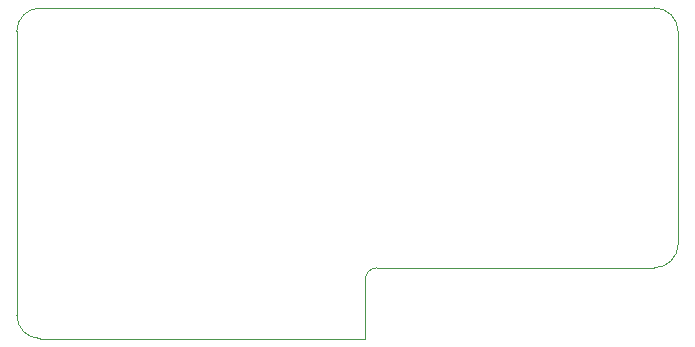
<source format=gbr>
%TF.GenerationSoftware,Altium Limited,Altium Designer,20.1.8 (145)*%
G04 Layer_Color=0*
%FSLAX45Y45*%
%MOMM*%
%TF.SameCoordinates,4FE69ECD-ABF1-445D-A2E8-605A74DE355E*%
%TF.FilePolarity,Positive*%
%TF.FileFunction,Profile,NP*%
%TF.Part,Single*%
G01*
G75*
%TA.AperFunction,Profile*%
%ADD67C,0.02540*%
D67*
X0Y200000D02*
G03*
X200000Y0I200000J0D01*
G01*
X2950800D01*
Y500001D01*
D02*
G02*
X3050800Y600000I100000J0D01*
G01*
Y600001D01*
X5400000Y600000D01*
D02*
G03*
X5600000Y800000I0J200000D01*
G01*
Y2600000D01*
D02*
G03*
X5400001Y2799999I-199999J0D01*
G01*
X200000D01*
D02*
G03*
X0Y2599999I0J-200000D01*
G01*
Y2600000D01*
Y200000D01*
%TF.MD5,d6a4a717999fb94b0989e9b7df9a58f6*%
M02*

</source>
